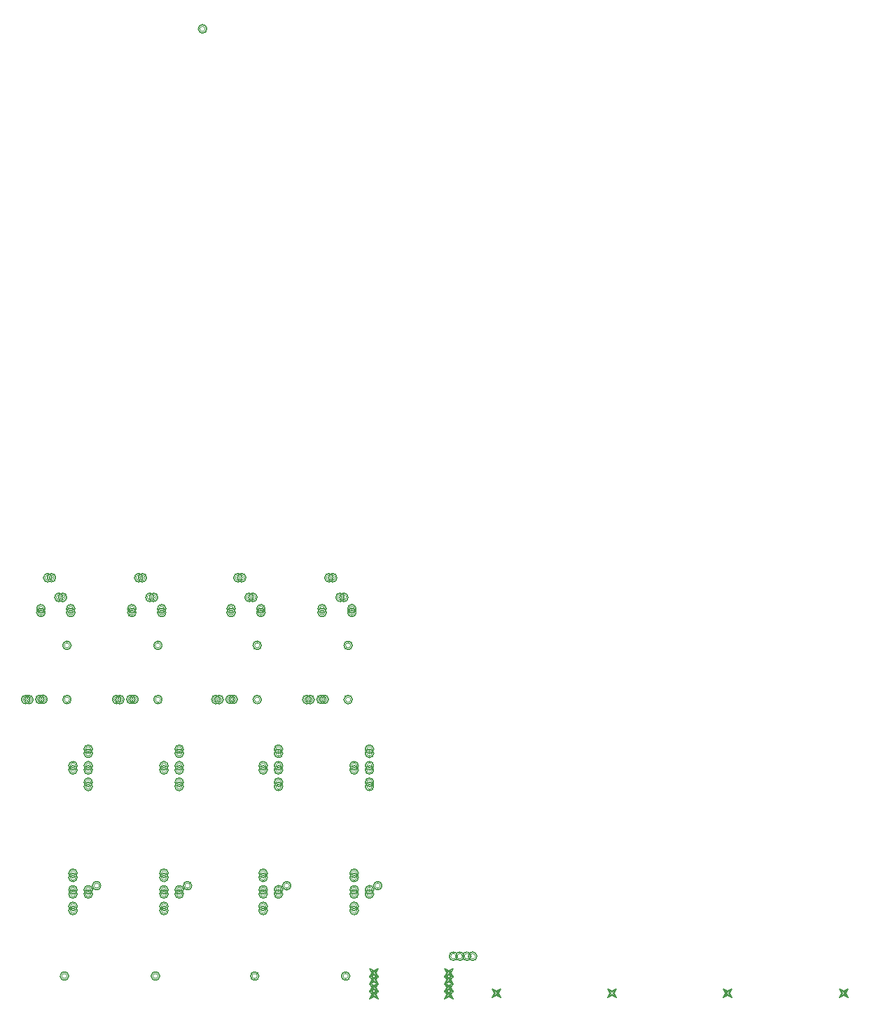
<source format=gbr>
%TF.GenerationSoftware,Altium Limited,Altium Designer,22.5.1 (42)*%
G04 Layer_Color=2752767*
%FSLAX26Y26*%
%MOIN*%
%TF.SameCoordinates,79F18A81-A5BF-4171-AD75-6FA3A7A6B408*%
%TF.FilePolarity,Positive*%
%TF.FileFunction,Drawing*%
%TF.Part,Single*%
G01*
G75*
%TA.AperFunction,NonConductor*%
%ADD174C,0.005000*%
%ADD175C,0.006667*%
%ADD176C,0.004000*%
D174*
X9911102Y3670945D02*
X9921102Y3690945D01*
X9911102Y3710945D01*
X9931102Y3700945D01*
X9951102Y3710945D01*
X9941102Y3690945D01*
X9951102Y3670945D01*
X9931102Y3680945D01*
X9911102Y3670945D01*
X9919102Y3678945D02*
X9925102Y3690945D01*
X9919102Y3702945D01*
X9931102Y3696945D01*
X9943102Y3702945D01*
X9937102Y3690945D01*
X9943102Y3678945D01*
X9931102Y3684945D01*
X9919102Y3678945D01*
X9359921Y3670945D02*
X9369921Y3690945D01*
X9359921Y3710945D01*
X9379921Y3700945D01*
X9399921Y3710945D01*
X9389921Y3690945D01*
X9399921Y3670945D01*
X9379921Y3680945D01*
X9359921Y3670945D01*
X9367921Y3678945D02*
X9373921Y3690945D01*
X9367921Y3702945D01*
X9379921Y3696945D01*
X9391921Y3702945D01*
X9385921Y3690945D01*
X9391921Y3678945D01*
X9379921Y3684945D01*
X9367921Y3678945D01*
X10462283Y3670945D02*
X10472283Y3690945D01*
X10462283Y3710945D01*
X10482283Y3700945D01*
X10502283Y3710945D01*
X10492283Y3690945D01*
X10502283Y3670945D01*
X10482283Y3680945D01*
X10462283Y3670945D01*
X10470283Y3678945D02*
X10476283Y3690945D01*
X10470283Y3702945D01*
X10482283Y3696945D01*
X10494283Y3702945D01*
X10488283Y3690945D01*
X10494283Y3678945D01*
X10482283Y3684945D01*
X10470283Y3678945D01*
X11013465Y3670945D02*
X11023465Y3690945D01*
X11013465Y3710945D01*
X11033465Y3700945D01*
X11053465Y3710945D01*
X11043465Y3690945D01*
X11053465Y3670945D01*
X11033465Y3680945D01*
X11013465Y3670945D01*
X11021465Y3678945D02*
X11027465Y3690945D01*
X11021465Y3702945D01*
X11033465Y3696945D01*
X11045465Y3702945D01*
X11039465Y3690945D01*
X11045465Y3678945D01*
X11033465Y3684945D01*
X11021465Y3678945D01*
X9133543Y3733937D02*
X9143543Y3753937D01*
X9133543Y3773937D01*
X9153543Y3763937D01*
X9173543Y3773937D01*
X9163543Y3753937D01*
X9173543Y3733937D01*
X9153543Y3743937D01*
X9133543Y3733937D01*
X9141543Y3741937D02*
X9147543Y3753937D01*
X9141543Y3765937D01*
X9153543Y3759937D01*
X9165543Y3765937D01*
X9159543Y3753937D01*
X9165543Y3741937D01*
X9153543Y3747937D01*
X9141543Y3741937D01*
X9133543Y3696535D02*
X9143543Y3716535D01*
X9133543Y3736535D01*
X9153543Y3726535D01*
X9173543Y3736535D01*
X9163543Y3716535D01*
X9173543Y3696535D01*
X9153543Y3706535D01*
X9133543Y3696535D01*
X9141543Y3704535D02*
X9147543Y3716535D01*
X9141543Y3728535D01*
X9153543Y3722535D01*
X9165543Y3728535D01*
X9159543Y3716535D01*
X9165543Y3704535D01*
X9153543Y3710535D01*
X9141543Y3704535D01*
X9133543Y3663071D02*
X9143543Y3683071D01*
X9133543Y3703071D01*
X9153543Y3693071D01*
X9173543Y3703071D01*
X9163543Y3683071D01*
X9173543Y3663071D01*
X9153543Y3673071D01*
X9133543Y3663071D01*
X9141543Y3671071D02*
X9147543Y3683071D01*
X9141543Y3695071D01*
X9153543Y3689071D01*
X9165543Y3695071D01*
X9159543Y3683071D01*
X9165543Y3671071D01*
X9153543Y3677071D01*
X9141543Y3671071D01*
X9133543Y3767402D02*
X9143543Y3787402D01*
X9133543Y3807402D01*
X9153543Y3797402D01*
X9173543Y3807402D01*
X9163543Y3787402D01*
X9173543Y3767402D01*
X9153543Y3777402D01*
X9133543Y3767402D01*
X9141543Y3775402D02*
X9147543Y3787402D01*
X9141543Y3799402D01*
X9153543Y3793402D01*
X9165543Y3799402D01*
X9159543Y3787402D01*
X9165543Y3775402D01*
X9153543Y3781402D01*
X9141543Y3775402D01*
X8779213Y3767402D02*
X8789213Y3787402D01*
X8779213Y3807402D01*
X8799213Y3797402D01*
X8819213Y3807402D01*
X8809213Y3787402D01*
X8819213Y3767402D01*
X8799213Y3777402D01*
X8779213Y3767402D01*
X8787213Y3775402D02*
X8793213Y3787402D01*
X8787213Y3799402D01*
X8799213Y3793402D01*
X8811213Y3799402D01*
X8805213Y3787402D01*
X8811213Y3775402D01*
X8799213Y3781402D01*
X8787213Y3775402D01*
X8779213Y3663071D02*
X8789213Y3683071D01*
X8779213Y3703071D01*
X8799213Y3693071D01*
X8819213Y3703071D01*
X8809213Y3683071D01*
X8819213Y3663071D01*
X8799213Y3673071D01*
X8779213Y3663071D01*
X8787213Y3671071D02*
X8793213Y3683071D01*
X8787213Y3695071D01*
X8799213Y3689071D01*
X8811213Y3695071D01*
X8805213Y3683071D01*
X8811213Y3671071D01*
X8799213Y3677071D01*
X8787213Y3671071D01*
X8779213Y3696535D02*
X8789213Y3716535D01*
X8779213Y3736535D01*
X8799213Y3726535D01*
X8819213Y3736535D01*
X8809213Y3716535D01*
X8819213Y3696535D01*
X8799213Y3706535D01*
X8779213Y3696535D01*
X8787213Y3704535D02*
X8793213Y3716535D01*
X8787213Y3728535D01*
X8799213Y3722535D01*
X8811213Y3728535D01*
X8805213Y3716535D01*
X8811213Y3704535D01*
X8799213Y3710535D01*
X8787213Y3704535D01*
X8779213Y3733937D02*
X8789213Y3753937D01*
X8779213Y3773937D01*
X8799213Y3763937D01*
X8819213Y3773937D01*
X8809213Y3753937D01*
X8819213Y3733937D01*
X8799213Y3743937D01*
X8779213Y3733937D01*
X8787213Y3741937D02*
X8793213Y3753937D01*
X8787213Y3765937D01*
X8799213Y3759937D01*
X8811213Y3765937D01*
X8805213Y3753937D01*
X8811213Y3741937D01*
X8799213Y3747937D01*
X8787213Y3741937D01*
D175*
X9287717Y3867126D02*
G03*
X9287717Y3867126I-20000J0D01*
G01*
X9260157D02*
G03*
X9260157Y3867126I-20000J0D01*
G01*
X9226693D02*
G03*
X9226693Y3867126I-20000J0D01*
G01*
X9196181D02*
G03*
X9196181Y3867126I-20000J0D01*
G01*
X7356614Y5346457D02*
G03*
X7356614Y5346457I-20000J0D01*
G01*
X7356614Y5088583D02*
G03*
X7356614Y5088583I-20000J0D01*
G01*
X7789685Y5346457D02*
G03*
X7789685Y5346457I-20000J0D01*
G01*
X7789685Y5088583D02*
G03*
X7789685Y5088583I-20000J0D01*
G01*
X8262126Y5346457D02*
G03*
X8262126Y5346457I-20000J0D01*
G01*
X8262126Y5088583D02*
G03*
X8262126Y5088583I-20000J0D01*
G01*
X8695197D02*
G03*
X8695197Y5088583I-20000J0D01*
G01*
X8695197Y5346457D02*
G03*
X8695197Y5346457I-20000J0D01*
G01*
X8683386Y3772638D02*
G03*
X8683386Y3772638I-20000J0D01*
G01*
X8250315D02*
G03*
X8250315Y3772638I-20000J0D01*
G01*
X7777874D02*
G03*
X7777874Y3772638I-20000J0D01*
G01*
X7344803D02*
G03*
X7344803Y3772638I-20000J0D01*
G01*
X7497362Y4202756D02*
G03*
X7497362Y4202756I-20000J0D01*
G01*
X7930433D02*
G03*
X7930433Y4202756I-20000J0D01*
G01*
X8402874D02*
G03*
X8402874Y4202756I-20000J0D01*
G01*
X8835945D02*
G03*
X8835945Y4202756I-20000J0D01*
G01*
X8002283Y8280512D02*
G03*
X8002283Y8280512I-20000J0D01*
G01*
X8796575Y4163386D02*
G03*
X8796575Y4163386I-20000J0D01*
G01*
Y4183071D02*
G03*
X8796575Y4183071I-20000J0D01*
G01*
X8723740Y4163386D02*
G03*
X8723740Y4163386I-20000J0D01*
G01*
Y4183071D02*
G03*
X8723740Y4183071I-20000J0D01*
G01*
X8363504Y4163386D02*
G03*
X8363504Y4163386I-20000J0D01*
G01*
Y4183071D02*
G03*
X8363504Y4183071I-20000J0D01*
G01*
X8290669Y4163386D02*
G03*
X8290669Y4163386I-20000J0D01*
G01*
Y4183071D02*
G03*
X8290669Y4183071I-20000J0D01*
G01*
X7891063Y4163386D02*
G03*
X7891063Y4163386I-20000J0D01*
G01*
Y4183071D02*
G03*
X7891063Y4183071I-20000J0D01*
G01*
X7818228Y4163386D02*
G03*
X7818228Y4163386I-20000J0D01*
G01*
Y4183071D02*
G03*
X7818228Y4183071I-20000J0D01*
G01*
X8723740Y4104331D02*
G03*
X8723740Y4104331I-20000J0D01*
G01*
Y4084646D02*
G03*
X8723740Y4084646I-20000J0D01*
G01*
Y4242126D02*
G03*
X8723740Y4242126I-20000J0D01*
G01*
Y4261811D02*
G03*
X8723740Y4261811I-20000J0D01*
G01*
X8290669Y4104331D02*
G03*
X8290669Y4104331I-20000J0D01*
G01*
Y4084646D02*
G03*
X8290669Y4084646I-20000J0D01*
G01*
Y4242126D02*
G03*
X8290669Y4242126I-20000J0D01*
G01*
Y4261811D02*
G03*
X8290669Y4261811I-20000J0D01*
G01*
X7818228Y4104331D02*
G03*
X7818228Y4104331I-20000J0D01*
G01*
Y4084646D02*
G03*
X7818228Y4084646I-20000J0D01*
G01*
Y4242126D02*
G03*
X7818228Y4242126I-20000J0D01*
G01*
Y4261811D02*
G03*
X7818228Y4261811I-20000J0D01*
G01*
X8514094Y5088583D02*
G03*
X8514094Y5088583I-20000J0D01*
G01*
X8498346D02*
G03*
X8498346Y5088583I-20000J0D01*
G01*
X8081024D02*
G03*
X8081024Y5088583I-20000J0D01*
G01*
X8065276D02*
G03*
X8065276Y5088583I-20000J0D01*
G01*
X7175512D02*
G03*
X7175512Y5088583I-20000J0D01*
G01*
X7159764D02*
G03*
X7159764Y5088583I-20000J0D01*
G01*
X7592835D02*
G03*
X7592835Y5088583I-20000J0D01*
G01*
X7608583D02*
G03*
X7608583Y5088583I-20000J0D01*
G01*
X8723740Y4773622D02*
G03*
X8723740Y4773622I-20000J0D01*
G01*
Y4753937D02*
G03*
X8723740Y4753937I-20000J0D01*
G01*
X8796575Y4773622D02*
G03*
X8796575Y4773622I-20000J0D01*
G01*
Y4753937D02*
G03*
X8796575Y4753937I-20000J0D01*
G01*
X8565709Y5089567D02*
G03*
X8565709Y5089567I-20000J0D01*
G01*
X8581457D02*
G03*
X8581457Y5089567I-20000J0D01*
G01*
X8290669Y4773622D02*
G03*
X8290669Y4773622I-20000J0D01*
G01*
Y4753937D02*
G03*
X8290669Y4753937I-20000J0D01*
G01*
X8363504Y4773622D02*
G03*
X8363504Y4773622I-20000J0D01*
G01*
Y4753937D02*
G03*
X8363504Y4753937I-20000J0D01*
G01*
X8132638Y5089567D02*
G03*
X8132638Y5089567I-20000J0D01*
G01*
X8148386D02*
G03*
X8148386Y5089567I-20000J0D01*
G01*
X7818228Y4773622D02*
G03*
X7818228Y4773622I-20000J0D01*
G01*
Y4753937D02*
G03*
X7818228Y4753937I-20000J0D01*
G01*
X7891063Y4773622D02*
G03*
X7891063Y4773622I-20000J0D01*
G01*
Y4753937D02*
G03*
X7891063Y4753937I-20000J0D01*
G01*
X7660197Y5089567D02*
G03*
X7660197Y5089567I-20000J0D01*
G01*
X7675945D02*
G03*
X7675945Y5089567I-20000J0D01*
G01*
X7242874D02*
G03*
X7242874Y5089567I-20000J0D01*
G01*
X7227126D02*
G03*
X7227126Y5089567I-20000J0D01*
G01*
X7385158Y4183071D02*
G03*
X7385158Y4183071I-20000J0D01*
G01*
Y4163386D02*
G03*
X7385158Y4163386I-20000J0D01*
G01*
X7457992Y4183071D02*
G03*
X7457992Y4183071I-20000J0D01*
G01*
Y4163386D02*
G03*
X7457992Y4163386I-20000J0D01*
G01*
X7385158Y4261811D02*
G03*
X7385158Y4261811I-20000J0D01*
G01*
Y4242126D02*
G03*
X7385158Y4242126I-20000J0D01*
G01*
Y4084646D02*
G03*
X7385158Y4084646I-20000J0D01*
G01*
Y4104331D02*
G03*
X7385158Y4104331I-20000J0D01*
G01*
X8796575Y4832677D02*
G03*
X8796575Y4832677I-20000J0D01*
G01*
Y4852362D02*
G03*
X8796575Y4852362I-20000J0D01*
G01*
Y4675197D02*
G03*
X8796575Y4675197I-20000J0D01*
G01*
Y4694882D02*
G03*
X8796575Y4694882I-20000J0D01*
G01*
X8712914Y5502854D02*
G03*
X8712914Y5502854I-20000J0D01*
G01*
Y5520768D02*
G03*
X8712914Y5520768I-20000J0D01*
G01*
X8571181D02*
G03*
X8571181Y5520768I-20000J0D01*
G01*
Y5502854D02*
G03*
X8571181Y5502854I-20000J0D01*
G01*
X8363504Y4832677D02*
G03*
X8363504Y4832677I-20000J0D01*
G01*
Y4852362D02*
G03*
X8363504Y4852362I-20000J0D01*
G01*
Y4675197D02*
G03*
X8363504Y4675197I-20000J0D01*
G01*
Y4694882D02*
G03*
X8363504Y4694882I-20000J0D01*
G01*
X8279843Y5502854D02*
G03*
X8279843Y5502854I-20000J0D01*
G01*
Y5520768D02*
G03*
X8279843Y5520768I-20000J0D01*
G01*
X8138110D02*
G03*
X8138110Y5520768I-20000J0D01*
G01*
Y5502854D02*
G03*
X8138110Y5502854I-20000J0D01*
G01*
X7891063Y4832677D02*
G03*
X7891063Y4832677I-20000J0D01*
G01*
Y4852362D02*
G03*
X7891063Y4852362I-20000J0D01*
G01*
Y4675197D02*
G03*
X7891063Y4675197I-20000J0D01*
G01*
Y4694882D02*
G03*
X7891063Y4694882I-20000J0D01*
G01*
X7807402Y5502854D02*
G03*
X7807402Y5502854I-20000J0D01*
G01*
Y5520768D02*
G03*
X7807402Y5520768I-20000J0D01*
G01*
X7665669D02*
G03*
X7665669Y5520768I-20000J0D01*
G01*
Y5502854D02*
G03*
X7665669Y5502854I-20000J0D01*
G01*
X7232598D02*
G03*
X7232598Y5502854I-20000J0D01*
G01*
Y5520768D02*
G03*
X7232598Y5520768I-20000J0D01*
G01*
X7374331D02*
G03*
X7374331Y5520768I-20000J0D01*
G01*
Y5502854D02*
G03*
X7374331Y5502854I-20000J0D01*
G01*
X7457992Y4694882D02*
G03*
X7457992Y4694882I-20000J0D01*
G01*
Y4675197D02*
G03*
X7457992Y4675197I-20000J0D01*
G01*
Y4852362D02*
G03*
X7457992Y4852362I-20000J0D01*
G01*
Y4832677D02*
G03*
X7457992Y4832677I-20000J0D01*
G01*
X8656713Y5574803D02*
G03*
X8656713Y5574803I-20000J0D01*
G01*
X8674626D02*
G03*
X8674626Y5574803I-20000J0D01*
G01*
X8603563Y5668307D02*
G03*
X8603563Y5668307I-20000J0D01*
G01*
X8621477D02*
G03*
X8621477Y5668307I-20000J0D01*
G01*
X8223642Y5574803D02*
G03*
X8223642Y5574803I-20000J0D01*
G01*
X8241555D02*
G03*
X8241555Y5574803I-20000J0D01*
G01*
X8170492Y5668307D02*
G03*
X8170492Y5668307I-20000J0D01*
G01*
X8188406D02*
G03*
X8188406Y5668307I-20000J0D01*
G01*
X7751201Y5574803D02*
G03*
X7751201Y5574803I-20000J0D01*
G01*
X7769114D02*
G03*
X7769114Y5574803I-20000J0D01*
G01*
X7698051Y5668307D02*
G03*
X7698051Y5668307I-20000J0D01*
G01*
X7715965D02*
G03*
X7715965Y5668307I-20000J0D01*
G01*
X7282894D02*
G03*
X7282894Y5668307I-20000J0D01*
G01*
X7264980D02*
G03*
X7264980Y5668307I-20000J0D01*
G01*
X7336043Y5574803D02*
G03*
X7336043Y5574803I-20000J0D01*
G01*
X7318130D02*
G03*
X7318130Y5574803I-20000J0D01*
G01*
X7457992Y4753937D02*
G03*
X7457992Y4753937I-20000J0D01*
G01*
Y4773622D02*
G03*
X7457992Y4773622I-20000J0D01*
G01*
X7385158Y4753937D02*
G03*
X7385158Y4753937I-20000J0D01*
G01*
Y4773622D02*
G03*
X7385158Y4773622I-20000J0D01*
G01*
D176*
X9279717Y3867126D02*
G03*
X9279717Y3867126I-12000J0D01*
G01*
X9252157D02*
G03*
X9252157Y3867126I-12000J0D01*
G01*
X9218693D02*
G03*
X9218693Y3867126I-12000J0D01*
G01*
X9188181D02*
G03*
X9188181Y3867126I-12000J0D01*
G01*
X7348614Y5346457D02*
G03*
X7348614Y5346457I-12000J0D01*
G01*
X7348614Y5088583D02*
G03*
X7348614Y5088583I-12000J0D01*
G01*
X7781685Y5346457D02*
G03*
X7781685Y5346457I-12000J0D01*
G01*
X7781685Y5088583D02*
G03*
X7781685Y5088583I-12000J0D01*
G01*
X8254126Y5346457D02*
G03*
X8254126Y5346457I-12000J0D01*
G01*
X8254126Y5088583D02*
G03*
X8254126Y5088583I-12000J0D01*
G01*
X8687197D02*
G03*
X8687197Y5088583I-12000J0D01*
G01*
X8687197Y5346457D02*
G03*
X8687197Y5346457I-12000J0D01*
G01*
X8675386Y3772638D02*
G03*
X8675386Y3772638I-12000J0D01*
G01*
X8242315D02*
G03*
X8242315Y3772638I-12000J0D01*
G01*
X7769874D02*
G03*
X7769874Y3772638I-12000J0D01*
G01*
X7336803D02*
G03*
X7336803Y3772638I-12000J0D01*
G01*
X7489362Y4202756D02*
G03*
X7489362Y4202756I-12000J0D01*
G01*
X7922433D02*
G03*
X7922433Y4202756I-12000J0D01*
G01*
X8394874D02*
G03*
X8394874Y4202756I-12000J0D01*
G01*
X8827945D02*
G03*
X8827945Y4202756I-12000J0D01*
G01*
X7994283Y8280512D02*
G03*
X7994283Y8280512I-12000J0D01*
G01*
X8788575Y4163386D02*
G03*
X8788575Y4163386I-12000J0D01*
G01*
Y4183071D02*
G03*
X8788575Y4183071I-12000J0D01*
G01*
X8715740Y4163386D02*
G03*
X8715740Y4163386I-12000J0D01*
G01*
Y4183071D02*
G03*
X8715740Y4183071I-12000J0D01*
G01*
X8355504Y4163386D02*
G03*
X8355504Y4163386I-12000J0D01*
G01*
Y4183071D02*
G03*
X8355504Y4183071I-12000J0D01*
G01*
X8282669Y4163386D02*
G03*
X8282669Y4163386I-12000J0D01*
G01*
Y4183071D02*
G03*
X8282669Y4183071I-12000J0D01*
G01*
X7883063Y4163386D02*
G03*
X7883063Y4163386I-12000J0D01*
G01*
Y4183071D02*
G03*
X7883063Y4183071I-12000J0D01*
G01*
X7810228Y4163386D02*
G03*
X7810228Y4163386I-12000J0D01*
G01*
Y4183071D02*
G03*
X7810228Y4183071I-12000J0D01*
G01*
X8715740Y4104331D02*
G03*
X8715740Y4104331I-12000J0D01*
G01*
Y4084646D02*
G03*
X8715740Y4084646I-12000J0D01*
G01*
Y4242126D02*
G03*
X8715740Y4242126I-12000J0D01*
G01*
Y4261811D02*
G03*
X8715740Y4261811I-12000J0D01*
G01*
X8282669Y4104331D02*
G03*
X8282669Y4104331I-12000J0D01*
G01*
Y4084646D02*
G03*
X8282669Y4084646I-12000J0D01*
G01*
Y4242126D02*
G03*
X8282669Y4242126I-12000J0D01*
G01*
Y4261811D02*
G03*
X8282669Y4261811I-12000J0D01*
G01*
X7810228Y4104331D02*
G03*
X7810228Y4104331I-12000J0D01*
G01*
Y4084646D02*
G03*
X7810228Y4084646I-12000J0D01*
G01*
Y4242126D02*
G03*
X7810228Y4242126I-12000J0D01*
G01*
Y4261811D02*
G03*
X7810228Y4261811I-12000J0D01*
G01*
X8506094Y5088583D02*
G03*
X8506094Y5088583I-12000J0D01*
G01*
X8490346D02*
G03*
X8490346Y5088583I-12000J0D01*
G01*
X8073024D02*
G03*
X8073024Y5088583I-12000J0D01*
G01*
X8057276D02*
G03*
X8057276Y5088583I-12000J0D01*
G01*
X7167512D02*
G03*
X7167512Y5088583I-12000J0D01*
G01*
X7151764D02*
G03*
X7151764Y5088583I-12000J0D01*
G01*
X7584835D02*
G03*
X7584835Y5088583I-12000J0D01*
G01*
X7600583D02*
G03*
X7600583Y5088583I-12000J0D01*
G01*
X8715740Y4773622D02*
G03*
X8715740Y4773622I-12000J0D01*
G01*
Y4753937D02*
G03*
X8715740Y4753937I-12000J0D01*
G01*
X8788575Y4773622D02*
G03*
X8788575Y4773622I-12000J0D01*
G01*
Y4753937D02*
G03*
X8788575Y4753937I-12000J0D01*
G01*
X8557709Y5089567D02*
G03*
X8557709Y5089567I-12000J0D01*
G01*
X8573457D02*
G03*
X8573457Y5089567I-12000J0D01*
G01*
X8282669Y4773622D02*
G03*
X8282669Y4773622I-12000J0D01*
G01*
Y4753937D02*
G03*
X8282669Y4753937I-12000J0D01*
G01*
X8355504Y4773622D02*
G03*
X8355504Y4773622I-12000J0D01*
G01*
Y4753937D02*
G03*
X8355504Y4753937I-12000J0D01*
G01*
X8124638Y5089567D02*
G03*
X8124638Y5089567I-12000J0D01*
G01*
X8140386D02*
G03*
X8140386Y5089567I-12000J0D01*
G01*
X7810228Y4773622D02*
G03*
X7810228Y4773622I-12000J0D01*
G01*
Y4753937D02*
G03*
X7810228Y4753937I-12000J0D01*
G01*
X7883063Y4773622D02*
G03*
X7883063Y4773622I-12000J0D01*
G01*
Y4753937D02*
G03*
X7883063Y4753937I-12000J0D01*
G01*
X7652197Y5089567D02*
G03*
X7652197Y5089567I-12000J0D01*
G01*
X7667945D02*
G03*
X7667945Y5089567I-12000J0D01*
G01*
X7234874D02*
G03*
X7234874Y5089567I-12000J0D01*
G01*
X7219126D02*
G03*
X7219126Y5089567I-12000J0D01*
G01*
X7377158Y4183071D02*
G03*
X7377158Y4183071I-12000J0D01*
G01*
Y4163386D02*
G03*
X7377158Y4163386I-12000J0D01*
G01*
X7449992Y4183071D02*
G03*
X7449992Y4183071I-12000J0D01*
G01*
Y4163386D02*
G03*
X7449992Y4163386I-12000J0D01*
G01*
X7377158Y4261811D02*
G03*
X7377158Y4261811I-12000J0D01*
G01*
Y4242126D02*
G03*
X7377158Y4242126I-12000J0D01*
G01*
Y4084646D02*
G03*
X7377158Y4084646I-12000J0D01*
G01*
Y4104331D02*
G03*
X7377158Y4104331I-12000J0D01*
G01*
X8788575Y4832677D02*
G03*
X8788575Y4832677I-12000J0D01*
G01*
Y4852362D02*
G03*
X8788575Y4852362I-12000J0D01*
G01*
Y4675197D02*
G03*
X8788575Y4675197I-12000J0D01*
G01*
Y4694882D02*
G03*
X8788575Y4694882I-12000J0D01*
G01*
X8704914Y5502854D02*
G03*
X8704914Y5502854I-12000J0D01*
G01*
Y5520768D02*
G03*
X8704914Y5520768I-12000J0D01*
G01*
X8563181D02*
G03*
X8563181Y5520768I-12000J0D01*
G01*
Y5502854D02*
G03*
X8563181Y5502854I-12000J0D01*
G01*
X8355504Y4832677D02*
G03*
X8355504Y4832677I-12000J0D01*
G01*
Y4852362D02*
G03*
X8355504Y4852362I-12000J0D01*
G01*
Y4675197D02*
G03*
X8355504Y4675197I-12000J0D01*
G01*
Y4694882D02*
G03*
X8355504Y4694882I-12000J0D01*
G01*
X8271843Y5502854D02*
G03*
X8271843Y5502854I-12000J0D01*
G01*
Y5520768D02*
G03*
X8271843Y5520768I-12000J0D01*
G01*
X8130110D02*
G03*
X8130110Y5520768I-12000J0D01*
G01*
Y5502854D02*
G03*
X8130110Y5502854I-12000J0D01*
G01*
X7883063Y4832677D02*
G03*
X7883063Y4832677I-12000J0D01*
G01*
Y4852362D02*
G03*
X7883063Y4852362I-12000J0D01*
G01*
Y4675197D02*
G03*
X7883063Y4675197I-12000J0D01*
G01*
Y4694882D02*
G03*
X7883063Y4694882I-12000J0D01*
G01*
X7799402Y5502854D02*
G03*
X7799402Y5502854I-12000J0D01*
G01*
Y5520768D02*
G03*
X7799402Y5520768I-12000J0D01*
G01*
X7657669D02*
G03*
X7657669Y5520768I-12000J0D01*
G01*
Y5502854D02*
G03*
X7657669Y5502854I-12000J0D01*
G01*
X7224598D02*
G03*
X7224598Y5502854I-12000J0D01*
G01*
Y5520768D02*
G03*
X7224598Y5520768I-12000J0D01*
G01*
X7366331D02*
G03*
X7366331Y5520768I-12000J0D01*
G01*
Y5502854D02*
G03*
X7366331Y5502854I-12000J0D01*
G01*
X7449992Y4694882D02*
G03*
X7449992Y4694882I-12000J0D01*
G01*
Y4675197D02*
G03*
X7449992Y4675197I-12000J0D01*
G01*
Y4852362D02*
G03*
X7449992Y4852362I-12000J0D01*
G01*
Y4832677D02*
G03*
X7449992Y4832677I-12000J0D01*
G01*
X8648713Y5574803D02*
G03*
X8648713Y5574803I-12000J0D01*
G01*
X8666626D02*
G03*
X8666626Y5574803I-12000J0D01*
G01*
X8595563Y5668307D02*
G03*
X8595563Y5668307I-12000J0D01*
G01*
X8613477D02*
G03*
X8613477Y5668307I-12000J0D01*
G01*
X8215642Y5574803D02*
G03*
X8215642Y5574803I-12000J0D01*
G01*
X8233555D02*
G03*
X8233555Y5574803I-12000J0D01*
G01*
X8162492Y5668307D02*
G03*
X8162492Y5668307I-12000J0D01*
G01*
X8180406D02*
G03*
X8180406Y5668307I-12000J0D01*
G01*
X7743201Y5574803D02*
G03*
X7743201Y5574803I-12000J0D01*
G01*
X7761114D02*
G03*
X7761114Y5574803I-12000J0D01*
G01*
X7690051Y5668307D02*
G03*
X7690051Y5668307I-12000J0D01*
G01*
X7707965D02*
G03*
X7707965Y5668307I-12000J0D01*
G01*
X7274894D02*
G03*
X7274894Y5668307I-12000J0D01*
G01*
X7256980D02*
G03*
X7256980Y5668307I-12000J0D01*
G01*
X7328043Y5574803D02*
G03*
X7328043Y5574803I-12000J0D01*
G01*
X7310130D02*
G03*
X7310130Y5574803I-12000J0D01*
G01*
X7449992Y4753937D02*
G03*
X7449992Y4753937I-12000J0D01*
G01*
Y4773622D02*
G03*
X7449992Y4773622I-12000J0D01*
G01*
X7377158Y4753937D02*
G03*
X7377158Y4753937I-12000J0D01*
G01*
Y4773622D02*
G03*
X7377158Y4773622I-12000J0D01*
G01*
%TF.MD5,3b6b3a0e24468f6b42156aa04f073e32*%
M02*

</source>
